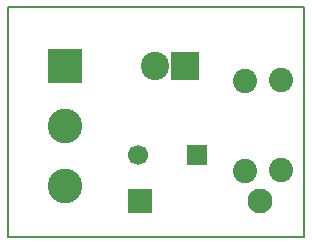
<source format=gbr>
G04 #@! TF.FileFunction,Soldermask,Bot*
%FSLAX46Y46*%
G04 Gerber Fmt 4.6, Leading zero omitted, Abs format (unit mm)*
G04 Created by KiCad (PCBNEW 4.0.2-stable) date 08/05/2016 13:05:11*
%MOMM*%
G01*
G04 APERTURE LIST*
%ADD10C,0.100000*%
%ADD11C,0.150000*%
%ADD12R,1.700000X1.700000*%
%ADD13C,1.700000*%
%ADD14C,2.099260*%
%ADD15R,2.099260X2.099260*%
%ADD16R,2.400000X2.400000*%
%ADD17C,2.400000*%
%ADD18R,2.940000X2.940000*%
%ADD19C,2.940000*%
%ADD20C,2.051000*%
G04 APERTURE END LIST*
D10*
D11*
X150000000Y-111500000D02*
X151500000Y-111500000D01*
X154000000Y-111500000D02*
X150000000Y-111500000D01*
X151000000Y-111500000D02*
X154000000Y-111500000D01*
X154000000Y-92000000D02*
X154000000Y-111500000D01*
X129000000Y-92000000D02*
X154000000Y-92000000D01*
X129000000Y-93500000D02*
X129000000Y-92000000D01*
X129000000Y-111500000D02*
X151000000Y-111500000D01*
X129000000Y-93500000D02*
X129000000Y-111500000D01*
D12*
X145000000Y-104500000D03*
D13*
X140000000Y-104500000D03*
D14*
X150300520Y-108447460D03*
D15*
X140140520Y-108447460D03*
D16*
X144000000Y-97000000D03*
D17*
X141460000Y-97000000D03*
D18*
X133790000Y-97020000D03*
D19*
X133790000Y-102100000D03*
X133790000Y-107180000D03*
D20*
X149030000Y-105910000D03*
X149030000Y-98290000D03*
X152075001Y-98190000D03*
X152075001Y-105810000D03*
M02*

</source>
